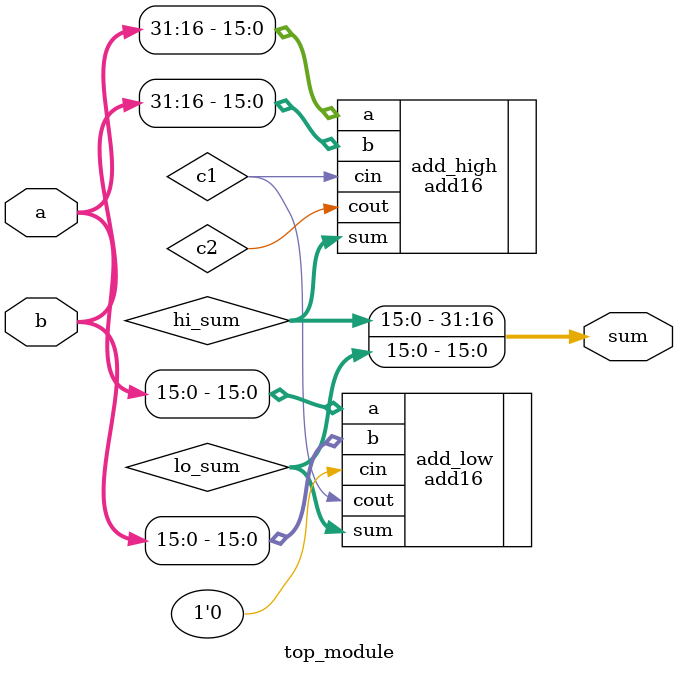
<source format=v>
module top_module(
    input [31:0] a,
    input [31:0] b,
    output [31:0] sum
);	
    wire c1, c2;
    wire [15:0] lo_sum, hi_sum;
    add16 add_low(.a(a[15:0]), .b(b[15:0]), .cin(1'b0), .sum(lo_sum), .cout(c1));
    add16 add_high(.a(a[31:16]), .b(b[31:16]), .cin(c1), .sum(hi_sum), .cout(c2));
    
    assign sum = {hi_sum, lo_sum};
     
    

endmodule


</source>
